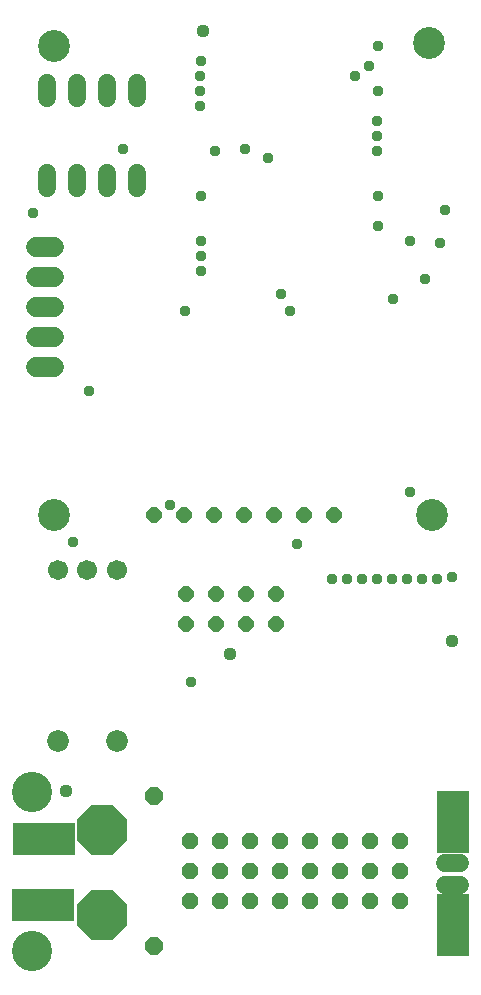
<source format=gbr>
G04 EAGLE Gerber RS-274X export*
G75*
%MOMM*%
%FSLAX34Y34*%
%LPD*%
%INSoldermask Bottom*%
%IPPOS*%
%AMOC8*
5,1,8,0,0,1.08239X$1,22.5*%
G01*
%ADD10C,1.524000*%
%ADD11C,1.727200*%
%ADD12R,5.283200X2.743200*%
%ADD13P,1.649562X8X292.500000*%
%ADD14P,4.566820X8X112.500000*%
%ADD15C,3.403600*%
%ADD16C,1.841500*%
%ADD17C,1.701800*%
%ADD18P,1.527469X8X22.500000*%
%ADD19P,1.419230X8X202.500000*%
%ADD20C,2.703200*%
%ADD21P,1.419230X8X22.500000*%
%ADD22R,2.743200X5.283200*%
%ADD23C,1.109600*%
%ADD24C,0.959600*%


D10*
X383646Y133525D02*
X396854Y133525D01*
X396854Y114475D02*
X383646Y114475D01*
D11*
X52620Y553050D02*
X37380Y553050D01*
X37380Y578450D02*
X52620Y578450D01*
X52620Y603850D02*
X37380Y603850D01*
X37380Y629250D02*
X52620Y629250D01*
X52620Y654650D02*
X37380Y654650D01*
D12*
X43500Y98000D03*
X44250Y153730D03*
D13*
X137750Y190000D03*
X137750Y63000D03*
D14*
X93750Y89500D03*
X93750Y161500D03*
D15*
X33750Y58500D03*
X33750Y193500D03*
D16*
X56208Y236280D03*
X105992Y236280D03*
D17*
X56208Y381060D03*
X81100Y381060D03*
X105992Y381060D03*
D10*
X47200Y704596D02*
X47200Y717804D01*
X72600Y717804D02*
X72600Y704596D01*
X72600Y780796D02*
X72600Y794004D01*
X47200Y794004D02*
X47200Y780796D01*
X98000Y717804D02*
X98000Y704596D01*
X123400Y704596D02*
X123400Y717804D01*
X98000Y780796D02*
X98000Y794004D01*
X123400Y794004D02*
X123400Y780796D01*
D18*
X167750Y151500D03*
X193150Y151500D03*
X218550Y151500D03*
X243950Y151500D03*
X269350Y151500D03*
X294750Y151500D03*
X320150Y151500D03*
X345550Y151500D03*
X167750Y126100D03*
X193150Y126100D03*
X218550Y126100D03*
X243950Y126100D03*
X269350Y126100D03*
X294750Y126100D03*
X320150Y126100D03*
X345550Y126100D03*
X167750Y100700D03*
X193150Y100700D03*
X218550Y100700D03*
X243950Y100700D03*
X269350Y100700D03*
X294750Y100700D03*
X320150Y100700D03*
X345550Y100700D03*
D19*
X289800Y427500D03*
X264400Y427500D03*
X239000Y427500D03*
X213600Y427500D03*
X188200Y427500D03*
X162800Y427500D03*
X137400Y427500D03*
D20*
X372500Y427500D03*
X52500Y427500D03*
X52500Y825000D03*
X370000Y827500D03*
D21*
X164200Y335450D03*
X189600Y335450D03*
X215000Y335450D03*
X240400Y335450D03*
X164200Y360850D03*
X189600Y360850D03*
X215000Y360850D03*
X240400Y360850D03*
D22*
X390250Y167500D03*
X390500Y80500D03*
D23*
X179000Y838000D03*
D24*
X35000Y683500D03*
X308000Y799550D03*
X319654Y807750D03*
X258250Y403500D03*
X354500Y447500D03*
X340076Y611000D03*
X366456Y627356D03*
X176750Y799750D03*
X110750Y737500D03*
X176500Y774000D03*
X177250Y812250D03*
X176750Y787000D03*
X389650Y375750D03*
D23*
X63250Y194000D03*
X389797Y321453D03*
X202000Y310250D03*
D24*
X377009Y373259D03*
X354250Y660000D03*
X364215Y373250D03*
X327000Y672500D03*
X351750Y373250D03*
X326750Y698000D03*
X338850Y373250D03*
X326500Y736000D03*
X326250Y373500D03*
X326500Y748750D03*
X313450Y373500D03*
X326500Y761500D03*
X300750Y373500D03*
X327250Y786500D03*
X288000Y373500D03*
X327444Y825000D03*
X82500Y532500D03*
X177000Y659750D03*
X245250Y615250D03*
X252250Y600500D03*
X163500Y600500D03*
X150750Y436250D03*
X177000Y647250D03*
X177000Y634250D03*
X168750Y286250D03*
X384000Y685750D03*
X214500Y738000D03*
X233690Y730154D03*
X189250Y736000D03*
X379750Y658500D03*
X68500Y405250D03*
X177000Y698000D03*
M02*

</source>
